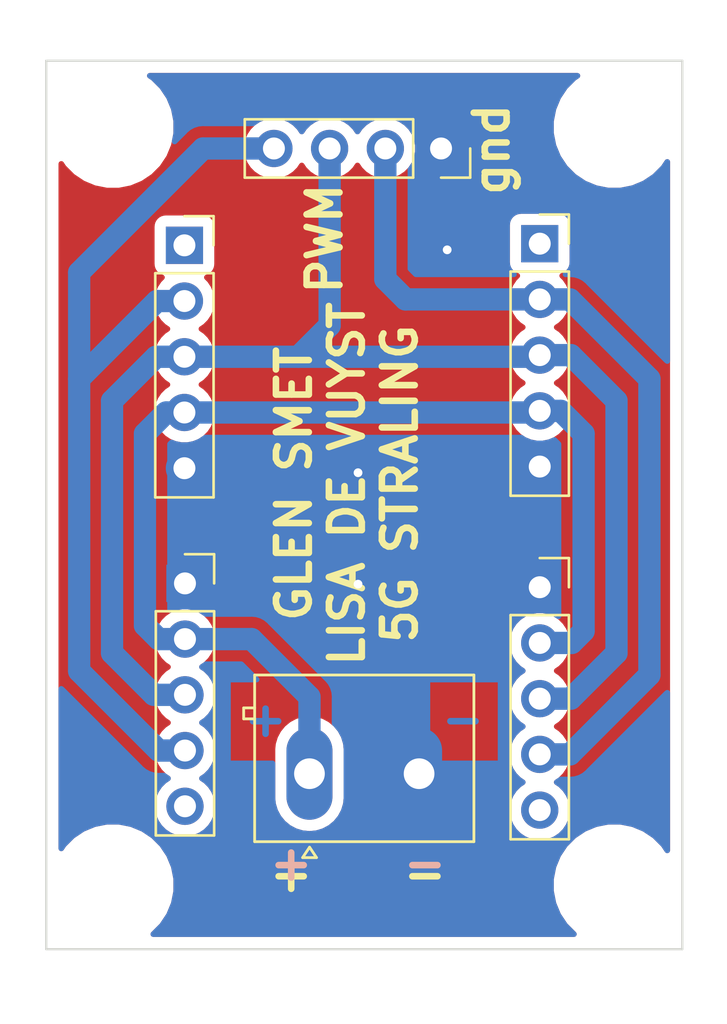
<source format=kicad_pcb>
(kicad_pcb (version 20171130) (host pcbnew "(5.1.9)-1")

  (general
    (thickness 1.6)
    (drawings 13)
    (tracks 69)
    (zones 0)
    (modules 10)
    (nets 6)
  )

  (page A4)
  (layers
    (0 F.Cu signal)
    (31 B.Cu signal)
    (32 B.Adhes user)
    (33 F.Adhes user)
    (34 B.Paste user)
    (35 F.Paste user)
    (36 B.SilkS user)
    (37 F.SilkS user)
    (38 B.Mask user)
    (39 F.Mask user)
    (40 Dwgs.User user)
    (41 Cmts.User user)
    (42 Eco1.User user)
    (43 Eco2.User user)
    (44 Edge.Cuts user)
    (45 Margin user)
    (46 B.CrtYd user)
    (47 F.CrtYd user)
    (48 B.Fab user)
    (49 F.Fab user)
  )

  (setup
    (last_trace_width 0.25)
    (user_trace_width 0.4064)
    (user_trace_width 0.635)
    (user_trace_width 1.016)
    (trace_clearance 0.2)
    (zone_clearance 0.508)
    (zone_45_only no)
    (trace_min 0.2)
    (via_size 0.8)
    (via_drill 0.4)
    (via_min_size 0.4)
    (via_min_drill 0.3)
    (uvia_size 0.3)
    (uvia_drill 0.1)
    (uvias_allowed no)
    (uvia_min_size 0.2)
    (uvia_min_drill 0.1)
    (edge_width 0.1)
    (segment_width 0.2)
    (pcb_text_width 0.3)
    (pcb_text_size 1.5 1.5)
    (mod_edge_width 0.15)
    (mod_text_size 1 1)
    (mod_text_width 0.15)
    (pad_size 1.7 1.7)
    (pad_drill 1)
    (pad_to_mask_clearance 0)
    (aux_axis_origin 0 0)
    (visible_elements 7FFFFFFF)
    (pcbplotparams
      (layerselection 0x010f0_ffffffff)
      (usegerberextensions false)
      (usegerberattributes true)
      (usegerberadvancedattributes true)
      (creategerberjobfile true)
      (excludeedgelayer true)
      (linewidth 0.100000)
      (plotframeref false)
      (viasonmask false)
      (mode 1)
      (useauxorigin false)
      (hpglpennumber 1)
      (hpglpenspeed 20)
      (hpglpendiameter 15.000000)
      (psnegative false)
      (psa4output false)
      (plotreference true)
      (plotvalue true)
      (plotinvisibletext false)
      (padsonsilk false)
      (subtractmaskfromsilk false)
      (outputformat 1)
      (mirror false)
      (drillshape 0)
      (scaleselection 1)
      (outputdirectory ""))
  )

  (net 0 "")
  (net 1 GND)
  (net 2 +12V)
  (net 3 "Net-(J1-Pad3)")
  (net 4 "Net-(J1-Pad4)")
  (net 5 "Net-(J3-Pad2)")

  (net_class Default "This is the default net class."
    (clearance 0.2)
    (trace_width 0.25)
    (via_dia 0.8)
    (via_drill 0.4)
    (uvia_dia 0.3)
    (uvia_drill 0.1)
    (add_net +12V)
    (add_net GND)
    (add_net "Net-(J1-Pad3)")
    (add_net "Net-(J1-Pad4)")
    (add_net "Net-(J3-Pad2)")
  )

  (module Connector_PinSocket_2.54mm:PinSocket_1x05_P2.54mm_Vertical (layer F.Cu) (tedit 5A19A420) (tstamp 605141F8)
    (at 132.825001 86.325001)
    (descr "Through hole straight socket strip, 1x05, 2.54mm pitch, single row (from Kicad 4.0.7), script generated")
    (tags "Through hole socket strip THT 1x05 2.54mm single row")
    (path /603FA5E8)
    (zone_connect 2)
    (fp_text reference J1 (at 0 -2.77) (layer F.SilkS) hide
      (effects (font (size 1 1) (thickness 0.15)))
    )
    (fp_text value Conn_01x05_Male (at 0 12.93) (layer F.Fab)
      (effects (font (size 1 1) (thickness 0.15)))
    )
    (fp_line (start -1.27 -1.27) (end 0.635 -1.27) (layer F.Fab) (width 0.1))
    (fp_line (start 0.635 -1.27) (end 1.27 -0.635) (layer F.Fab) (width 0.1))
    (fp_line (start 1.27 -0.635) (end 1.27 11.43) (layer F.Fab) (width 0.1))
    (fp_line (start 1.27 11.43) (end -1.27 11.43) (layer F.Fab) (width 0.1))
    (fp_line (start -1.27 11.43) (end -1.27 -1.27) (layer F.Fab) (width 0.1))
    (fp_line (start -1.33 1.27) (end 1.33 1.27) (layer F.SilkS) (width 0.12))
    (fp_line (start -1.33 1.27) (end -1.33 11.49) (layer F.SilkS) (width 0.12))
    (fp_line (start -1.33 11.49) (end 1.33 11.49) (layer F.SilkS) (width 0.12))
    (fp_line (start 1.33 1.27) (end 1.33 11.49) (layer F.SilkS) (width 0.12))
    (fp_line (start 1.33 -1.33) (end 1.33 0) (layer F.SilkS) (width 0.12))
    (fp_line (start 0 -1.33) (end 1.33 -1.33) (layer F.SilkS) (width 0.12))
    (fp_line (start -1.8 -1.8) (end 1.75 -1.8) (layer F.CrtYd) (width 0.05))
    (fp_line (start 1.75 -1.8) (end 1.75 11.9) (layer F.CrtYd) (width 0.05))
    (fp_line (start 1.75 11.9) (end -1.8 11.9) (layer F.CrtYd) (width 0.05))
    (fp_line (start -1.8 11.9) (end -1.8 -1.8) (layer F.CrtYd) (width 0.05))
    (fp_text user %R (at 0 5.08 90) (layer F.Fab)
      (effects (font (size 1 1) (thickness 0.15)))
    )
    (pad 1 thru_hole rect (at 0 0) (size 1.7 1.7) (drill 1) (layers *.Cu *.Mask)
      (net 1 GND) (zone_connect 2))
    (pad 2 thru_hole oval (at 0 2.54) (size 1.7 1.7) (drill 1) (layers *.Cu *.Mask)
      (net 2 +12V) (zone_connect 2))
    (pad 3 thru_hole oval (at 0 5.08) (size 1.7 1.7) (drill 1) (layers *.Cu *.Mask)
      (net 3 "Net-(J1-Pad3)") (zone_connect 2))
    (pad 4 thru_hole oval (at 0 7.62) (size 1.7 1.7) (drill 1) (layers *.Cu *.Mask)
      (net 4 "Net-(J1-Pad4)") (zone_connect 2))
    (pad 5 thru_hole oval (at 0 10.16) (size 1.7 1.7) (drill 1) (layers *.Cu *.Mask)
      (zone_connect 2))
    (model ${KISYS3DMOD}/Connector_PinSocket_2.54mm.3dshapes/PinSocket_1x05_P2.54mm_Vertical.wrl
      (at (xyz 0 0 0))
      (scale (xyz 1 1 1))
      (rotate (xyz 0 0 0))
    )
  )

  (module Connector_PinSocket_2.54mm:PinSocket_1x05_P2.54mm_Vertical (layer F.Cu) (tedit 5A19A420) (tstamp 60514211)
    (at 132.8 70.915)
    (descr "Through hole straight socket strip, 1x05, 2.54mm pitch, single row (from Kicad 4.0.7), script generated")
    (tags "Through hole socket strip THT 1x05 2.54mm single row")
    (path /603FBD62)
    (zone_connect 2)
    (fp_text reference J2 (at 0 -2.77) (layer F.SilkS) hide
      (effects (font (size 1 1) (thickness 0.15)))
    )
    (fp_text value Conn_01x05_Male (at 0 12.93) (layer F.Fab)
      (effects (font (size 1 1) (thickness 0.15)))
    )
    (fp_line (start -1.8 11.9) (end -1.8 -1.8) (layer F.CrtYd) (width 0.05))
    (fp_line (start 1.75 11.9) (end -1.8 11.9) (layer F.CrtYd) (width 0.05))
    (fp_line (start 1.75 -1.8) (end 1.75 11.9) (layer F.CrtYd) (width 0.05))
    (fp_line (start -1.8 -1.8) (end 1.75 -1.8) (layer F.CrtYd) (width 0.05))
    (fp_line (start 0 -1.33) (end 1.33 -1.33) (layer F.SilkS) (width 0.12))
    (fp_line (start 1.33 -1.33) (end 1.33 0) (layer F.SilkS) (width 0.12))
    (fp_line (start 1.33 1.27) (end 1.33 11.49) (layer F.SilkS) (width 0.12))
    (fp_line (start -1.33 11.49) (end 1.33 11.49) (layer F.SilkS) (width 0.12))
    (fp_line (start -1.33 1.27) (end -1.33 11.49) (layer F.SilkS) (width 0.12))
    (fp_line (start -1.33 1.27) (end 1.33 1.27) (layer F.SilkS) (width 0.12))
    (fp_line (start -1.27 11.43) (end -1.27 -1.27) (layer F.Fab) (width 0.1))
    (fp_line (start 1.27 11.43) (end -1.27 11.43) (layer F.Fab) (width 0.1))
    (fp_line (start 1.27 -0.635) (end 1.27 11.43) (layer F.Fab) (width 0.1))
    (fp_line (start 0.635 -1.27) (end 1.27 -0.635) (layer F.Fab) (width 0.1))
    (fp_line (start -1.27 -1.27) (end 0.635 -1.27) (layer F.Fab) (width 0.1))
    (fp_text user %R (at 0 5.08 90) (layer F.Fab)
      (effects (font (size 1 1) (thickness 0.15)))
    )
    (pad 5 thru_hole oval (at 0 10.16) (size 1.7 1.7) (drill 1) (layers *.Cu *.Mask)
      (net 1 GND) (zone_connect 2))
    (pad 4 thru_hole oval (at 0 7.62) (size 1.7 1.7) (drill 1) (layers *.Cu *.Mask)
      (net 2 +12V) (zone_connect 2))
    (pad 3 thru_hole oval (at 0 5.08) (size 1.7 1.7) (drill 1) (layers *.Cu *.Mask)
      (net 3 "Net-(J1-Pad3)") (zone_connect 2))
    (pad 2 thru_hole oval (at 0 2.54) (size 1.7 1.7) (drill 1) (layers *.Cu *.Mask)
      (net 4 "Net-(J1-Pad4)") (zone_connect 2))
    (pad 1 thru_hole rect (at 0 0) (size 1.7 1.7) (drill 1) (layers *.Cu *.Mask)
      (zone_connect 2))
    (model ${KISYS3DMOD}/Connector_PinSocket_2.54mm.3dshapes/PinSocket_1x05_P2.54mm_Vertical.wrl
      (at (xyz 0 0 0))
      (scale (xyz 1 1 1))
      (rotate (xyz 0 0 0))
    )
  )

  (module Connector_PinSocket_2.54mm:PinSocket_1x05_P2.54mm_Vertical (layer F.Cu) (tedit 5A19A420) (tstamp 6051422A)
    (at 149 70.84)
    (descr "Through hole straight socket strip, 1x05, 2.54mm pitch, single row (from Kicad 4.0.7), script generated")
    (tags "Through hole socket strip THT 1x05 2.54mm single row")
    (path /603FCBB3)
    (zone_connect 2)
    (fp_text reference J3 (at 0 -2.77) (layer F.SilkS) hide
      (effects (font (size 1 1) (thickness 0.15)))
    )
    (fp_text value Conn_01x05_Male (at 0 12.93) (layer F.Fab)
      (effects (font (size 1 1) (thickness 0.15)))
    )
    (fp_line (start -1.27 -1.27) (end 0.635 -1.27) (layer F.Fab) (width 0.1))
    (fp_line (start 0.635 -1.27) (end 1.27 -0.635) (layer F.Fab) (width 0.1))
    (fp_line (start 1.27 -0.635) (end 1.27 11.43) (layer F.Fab) (width 0.1))
    (fp_line (start 1.27 11.43) (end -1.27 11.43) (layer F.Fab) (width 0.1))
    (fp_line (start -1.27 11.43) (end -1.27 -1.27) (layer F.Fab) (width 0.1))
    (fp_line (start -1.33 1.27) (end 1.33 1.27) (layer F.SilkS) (width 0.12))
    (fp_line (start -1.33 1.27) (end -1.33 11.49) (layer F.SilkS) (width 0.12))
    (fp_line (start -1.33 11.49) (end 1.33 11.49) (layer F.SilkS) (width 0.12))
    (fp_line (start 1.33 1.27) (end 1.33 11.49) (layer F.SilkS) (width 0.12))
    (fp_line (start 1.33 -1.33) (end 1.33 0) (layer F.SilkS) (width 0.12))
    (fp_line (start 0 -1.33) (end 1.33 -1.33) (layer F.SilkS) (width 0.12))
    (fp_line (start -1.8 -1.8) (end 1.75 -1.8) (layer F.CrtYd) (width 0.05))
    (fp_line (start 1.75 -1.8) (end 1.75 11.9) (layer F.CrtYd) (width 0.05))
    (fp_line (start 1.75 11.9) (end -1.8 11.9) (layer F.CrtYd) (width 0.05))
    (fp_line (start -1.8 11.9) (end -1.8 -1.8) (layer F.CrtYd) (width 0.05))
    (fp_text user %R (at 0 5.08 90) (layer F.Fab)
      (effects (font (size 1 1) (thickness 0.15)))
    )
    (pad 1 thru_hole rect (at 0 0) (size 1.7 1.7) (drill 1) (layers *.Cu *.Mask)
      (zone_connect 2))
    (pad 2 thru_hole oval (at 0 2.54) (size 1.7 1.7) (drill 1) (layers *.Cu *.Mask)
      (net 5 "Net-(J3-Pad2)") (zone_connect 2))
    (pad 3 thru_hole oval (at 0 5.08) (size 1.7 1.7) (drill 1) (layers *.Cu *.Mask)
      (net 3 "Net-(J1-Pad3)") (zone_connect 2))
    (pad 4 thru_hole oval (at 0 7.62) (size 1.7 1.7) (drill 1) (layers *.Cu *.Mask)
      (net 2 +12V) (zone_connect 2))
    (pad 5 thru_hole oval (at 0 10.16) (size 1.7 1.7) (drill 1) (layers *.Cu *.Mask)
      (net 1 GND) (zone_connect 2))
    (model ${KISYS3DMOD}/Connector_PinSocket_2.54mm.3dshapes/PinSocket_1x05_P2.54mm_Vertical.wrl
      (at (xyz 0 0 0))
      (scale (xyz 1 1 1))
      (rotate (xyz 0 0 0))
    )
  )

  (module Connector_PinSocket_2.54mm:PinSocket_1x05_P2.54mm_Vertical (layer F.Cu) (tedit 5A19A420) (tstamp 60514243)
    (at 149 86.5)
    (descr "Through hole straight socket strip, 1x05, 2.54mm pitch, single row (from Kicad 4.0.7), script generated")
    (tags "Through hole socket strip THT 1x05 2.54mm single row")
    (path /603FF1CE)
    (zone_connect 2)
    (fp_text reference J4 (at 0 -2.77) (layer F.SilkS) hide
      (effects (font (size 1 1) (thickness 0.15)))
    )
    (fp_text value Conn_01x05_Male (at 0 12.93) (layer F.Fab)
      (effects (font (size 1 1) (thickness 0.15)))
    )
    (fp_line (start -1.8 11.9) (end -1.8 -1.8) (layer F.CrtYd) (width 0.05))
    (fp_line (start 1.75 11.9) (end -1.8 11.9) (layer F.CrtYd) (width 0.05))
    (fp_line (start 1.75 -1.8) (end 1.75 11.9) (layer F.CrtYd) (width 0.05))
    (fp_line (start -1.8 -1.8) (end 1.75 -1.8) (layer F.CrtYd) (width 0.05))
    (fp_line (start 0 -1.33) (end 1.33 -1.33) (layer F.SilkS) (width 0.12))
    (fp_line (start 1.33 -1.33) (end 1.33 0) (layer F.SilkS) (width 0.12))
    (fp_line (start 1.33 1.27) (end 1.33 11.49) (layer F.SilkS) (width 0.12))
    (fp_line (start -1.33 11.49) (end 1.33 11.49) (layer F.SilkS) (width 0.12))
    (fp_line (start -1.33 1.27) (end -1.33 11.49) (layer F.SilkS) (width 0.12))
    (fp_line (start -1.33 1.27) (end 1.33 1.27) (layer F.SilkS) (width 0.12))
    (fp_line (start -1.27 11.43) (end -1.27 -1.27) (layer F.Fab) (width 0.1))
    (fp_line (start 1.27 11.43) (end -1.27 11.43) (layer F.Fab) (width 0.1))
    (fp_line (start 1.27 -0.635) (end 1.27 11.43) (layer F.Fab) (width 0.1))
    (fp_line (start 0.635 -1.27) (end 1.27 -0.635) (layer F.Fab) (width 0.1))
    (fp_line (start -1.27 -1.27) (end 0.635 -1.27) (layer F.Fab) (width 0.1))
    (fp_text user %R (at 0 5.08 90) (layer F.Fab)
      (effects (font (size 1 1) (thickness 0.15)))
    )
    (pad 5 thru_hole oval (at 0 10.16) (size 1.7 1.7) (drill 1) (layers *.Cu *.Mask)
      (zone_connect 2))
    (pad 4 thru_hole oval (at 0 7.62) (size 1.7 1.7) (drill 1) (layers *.Cu *.Mask)
      (net 5 "Net-(J3-Pad2)") (zone_connect 2))
    (pad 3 thru_hole oval (at 0 5.08) (size 1.7 1.7) (drill 1) (layers *.Cu *.Mask)
      (net 3 "Net-(J1-Pad3)") (zone_connect 2))
    (pad 2 thru_hole oval (at 0 2.54) (size 1.7 1.7) (drill 1) (layers *.Cu *.Mask)
      (net 2 +12V) (zone_connect 2))
    (pad 1 thru_hole rect (at 0 0) (size 1.7 1.7) (drill 1) (layers *.Cu *.Mask)
      (net 1 GND) (zone_connect 2))
    (model ${KISYS3DMOD}/Connector_PinSocket_2.54mm.3dshapes/PinSocket_1x05_P2.54mm_Vertical.wrl
      (at (xyz 0 0 0))
      (scale (xyz 1 1 1))
      (rotate (xyz 0 0 0))
    )
  )

  (module Connector_PinSocket_2.54mm:PinSocket_1x04_P2.54mm_Vertical (layer F.Cu) (tedit 60647E94) (tstamp 6051425B)
    (at 144.5 66.5 270)
    (descr "Through hole straight socket strip, 1x04, 2.54mm pitch, single row (from Kicad 4.0.7), script generated")
    (tags "Through hole socket strip THT 1x04 2.54mm single row")
    (path /60565CE1)
    (fp_text reference J5 (at 0 -2.77 90) (layer F.SilkS) hide
      (effects (font (size 1 1) (thickness 0.15)))
    )
    (fp_text value Conn_01x04_Male (at 0 10.39 90) (layer F.Fab)
      (effects (font (size 1 1) (thickness 0.15)))
    )
    (fp_line (start -1.27 -1.27) (end 0.635 -1.27) (layer F.Fab) (width 0.1))
    (fp_line (start 0.635 -1.27) (end 1.27 -0.635) (layer F.Fab) (width 0.1))
    (fp_line (start 1.27 -0.635) (end 1.27 8.89) (layer F.Fab) (width 0.1))
    (fp_line (start 1.27 8.89) (end -1.27 8.89) (layer F.Fab) (width 0.1))
    (fp_line (start -1.27 8.89) (end -1.27 -1.27) (layer F.Fab) (width 0.1))
    (fp_line (start -1.33 1.27) (end 1.33 1.27) (layer F.SilkS) (width 0.12))
    (fp_line (start -1.33 1.27) (end -1.33 8.95) (layer F.SilkS) (width 0.12))
    (fp_line (start -1.33 8.95) (end 1.33 8.95) (layer F.SilkS) (width 0.12))
    (fp_line (start 1.33 1.27) (end 1.33 8.95) (layer F.SilkS) (width 0.12))
    (fp_line (start 1.33 -1.33) (end 1.33 0) (layer F.SilkS) (width 0.12))
    (fp_line (start 0 -1.33) (end 1.33 -1.33) (layer F.SilkS) (width 0.12))
    (fp_line (start -1.8 -1.8) (end 1.75 -1.8) (layer F.CrtYd) (width 0.05))
    (fp_line (start 1.75 -1.8) (end 1.75 9.4) (layer F.CrtYd) (width 0.05))
    (fp_line (start 1.75 9.4) (end -1.8 9.4) (layer F.CrtYd) (width 0.05))
    (fp_line (start -1.8 9.4) (end -1.8 -1.8) (layer F.CrtYd) (width 0.05))
    (fp_text user %R (at 0 3.81) (layer F.Fab)
      (effects (font (size 1 1) (thickness 0.15)))
    )
    (pad 1 thru_hole rect (at 0 0 270) (size 1.7 1.7) (drill 1) (layers *.Cu *.Mask)
      (net 1 GND) (zone_connect 2))
    (pad 2 thru_hole oval (at 0 2.54 270) (size 1.7 1.7) (drill 1) (layers *.Cu *.Mask)
      (net 5 "Net-(J3-Pad2)"))
    (pad 3 thru_hole oval (at 0 5.08 270) (size 1.7 1.7) (drill 1) (layers *.Cu *.Mask)
      (net 3 "Net-(J1-Pad3)"))
    (pad 4 thru_hole oval (at 0 7.62 270) (size 1.7 1.7) (drill 1) (layers *.Cu *.Mask)
      (net 4 "Net-(J1-Pad4)"))
    (model ${KISYS3DMOD}/Connector_PinSocket_2.54mm.3dshapes/PinSocket_1x04_P2.54mm_Vertical.wrl
      (at (xyz 0 0 0))
      (scale (xyz 1 1 1))
      (rotate (xyz 0 0 0))
    )
  )

  (module degson:degson-DG306-5.0-02P (layer F.Cu) (tedit 200000) (tstamp 6051427D)
    (at 141 95)
    (path /6040FFD3)
    (zone_connect 2)
    (attr virtual)
    (fp_text reference X1 (at 0.224 4.06) (layer F.SilkS) hide
      (effects (font (size 1.27 1.27) (thickness 0.2286)))
    )
    (fp_text value DG3XX-02-5.0 (at 3.81 4.36372) (layer F.SilkS) hide
      (effects (font (size 1.27 1.27) (thickness 0.2286)))
    )
    (fp_circle (center 2.49936 -3.19786) (end 2.49936 -3.6957) (layer Dwgs.User) (width 0.127))
    (fp_circle (center -2.49936 -3.19786) (end -2.49936 -3.6957) (layer Dwgs.User) (width 0.127))
    (fp_circle (center 2.49936 0) (end 2.49936 -1.69926) (layer Dwgs.User) (width 0.127))
    (fp_circle (center 2.49936 0) (end 2.49936 -1.4986) (layer Dwgs.User) (width 0.127))
    (fp_circle (center -2.49936 0) (end -2.49936 -1.69926) (layer Dwgs.User) (width 0.127))
    (fp_circle (center -2.49936 0) (end -2.49936 -1.4986) (layer Dwgs.User) (width 0.127))
    (fp_line (start -2.17678 3.82524) (end -2.81178 3.82524) (layer F.SilkS) (width 0.127))
    (fp_line (start -2.49428 3.35026) (end -2.17678 3.82524) (layer F.SilkS) (width 0.127))
    (fp_line (start -2.81178 3.82524) (end -2.49428 3.35026) (layer F.SilkS) (width 0.127))
    (fp_line (start -0.19812 1.79832) (end -0.19812 -1.79832) (layer Dwgs.User) (width 0.127))
    (fp_line (start 0.19812 1.79832) (end -0.19812 1.79832) (layer Dwgs.User) (width 0.127))
    (fp_line (start 0.19812 -1.79832) (end 0.19812 1.79832) (layer Dwgs.User) (width 0.127))
    (fp_line (start -0.19812 -1.79832) (end 0.19812 -1.79832) (layer Dwgs.User) (width 0.127))
    (fp_line (start 4.99872 2.49936) (end -4.99872 2.49936) (layer Dwgs.User) (width 0.127))
    (fp_line (start -4.99872 -2.49936) (end 4.99872 -2.49936) (layer Dwgs.User) (width 0.127))
    (fp_line (start 1.74752 1.24968) (end 3.74904 -0.7493) (layer Dwgs.User) (width 0.127))
    (fp_line (start 1.24968 0.7493) (end 3.24866 -1.24968) (layer Dwgs.User) (width 0.127))
    (fp_line (start -3.24866 1.24968) (end -1.24968 -0.7493) (layer Dwgs.User) (width 0.127))
    (fp_line (start -3.74904 0.7493) (end -1.74752 -1.24968) (layer Dwgs.User) (width 0.127))
    (fp_line (start -5.4991 -2.99974) (end -4.99872 -2.99974) (layer F.SilkS) (width 0.127))
    (fp_line (start -5.4991 -2.49936) (end -5.4991 -2.99974) (layer F.SilkS) (width 0.127))
    (fp_line (start -4.99872 -2.49936) (end -5.4991 -2.49936) (layer F.SilkS) (width 0.127))
    (fp_line (start -4.99872 -2.99974) (end -4.99872 -4.49834) (layer F.SilkS) (width 0.127))
    (fp_line (start -4.99872 -2.49936) (end -4.99872 -2.99974) (layer F.SilkS) (width 0.127))
    (fp_line (start -4.99872 3.0988) (end -4.99872 -2.49936) (layer F.SilkS) (width 0.127))
    (fp_line (start 4.99872 3.0988) (end -4.99872 3.0988) (layer F.SilkS) (width 0.127))
    (fp_line (start 4.99872 -4.49834) (end 4.99872 3.0988) (layer F.SilkS) (width 0.127))
    (fp_line (start -4.99872 -4.49834) (end 4.99872 -4.49834) (layer F.SilkS) (width 0.127))
    (pad 1 thru_hole oval (at -2.49936 0 180) (size 2.09804 4.19862) (drill 1.39954) (layers *.Cu *.Paste *.Mask)
      (net 2 +12V) (zone_connect 2))
    (pad 2 thru_hole oval (at 2.49936 0 180) (size 2.09804 4.19862) (drill 1.39954) (layers *.Cu *.Paste *.Mask)
      (net 1 GND) (zone_connect 2))
  )

  (module MountingHole:MountingHole_4.5mm (layer F.Cu) (tedit 56D1B4CB) (tstamp 6064EBCF)
    (at 152.4 65.532)
    (descr "Mounting Hole 4.5mm, no annular")
    (tags "mounting hole 4.5mm no annular")
    (path /60650FBF)
    (attr virtual)
    (fp_text reference H1 (at 0 -5.5) (layer F.SilkS) hide
      (effects (font (size 1 1) (thickness 0.15)))
    )
    (fp_text value MountingHole (at 0 5.5) (layer F.Fab) hide
      (effects (font (size 1 1) (thickness 0.15)))
    )
    (fp_circle (center 0 0) (end 4.75 0) (layer F.CrtYd) (width 0.05))
    (fp_circle (center 0 0) (end 4.5 0) (layer Cmts.User) (width 0.15))
    (fp_text user %R (at 0.3 0) (layer F.Fab)
      (effects (font (size 1 1) (thickness 0.15)))
    )
    (pad 1 np_thru_hole circle (at 0 0) (size 4.5 4.5) (drill 4.5) (layers *.Cu *.Mask))
  )

  (module MountingHole:MountingHole_4.5mm (layer F.Cu) (tedit 56D1B4CB) (tstamp 6064EBD7)
    (at 152.4 100.076)
    (descr "Mounting Hole 4.5mm, no annular")
    (tags "mounting hole 4.5mm no annular")
    (path /60651993)
    (attr virtual)
    (fp_text reference H2 (at 0 -5.5) (layer F.SilkS) hide
      (effects (font (size 1 1) (thickness 0.15)))
    )
    (fp_text value MountingHole (at 0 5.5) (layer F.Fab)
      (effects (font (size 1 1) (thickness 0.15)))
    )
    (fp_circle (center 0 0) (end 4.5 0) (layer Cmts.User) (width 0.15))
    (fp_circle (center 0 0) (end 4.75 0) (layer F.CrtYd) (width 0.05))
    (fp_text user %R (at 0.3 0) (layer F.Fab)
      (effects (font (size 1 1) (thickness 0.15)))
    )
    (pad 1 np_thru_hole circle (at 0 0) (size 4.5 4.5) (drill 4.5) (layers *.Cu *.Mask))
  )

  (module MountingHole:MountingHole_4.5mm (layer F.Cu) (tedit 56D1B4CB) (tstamp 6064EBDF)
    (at 129.54 65.532)
    (descr "Mounting Hole 4.5mm, no annular")
    (tags "mounting hole 4.5mm no annular")
    (path /606516C9)
    (attr virtual)
    (fp_text reference H3 (at 0 -5.5) (layer F.SilkS) hide
      (effects (font (size 1 1) (thickness 0.15)))
    )
    (fp_text value MountingHole (at 0 5.5) (layer F.Fab) hide
      (effects (font (size 1 1) (thickness 0.15)))
    )
    (fp_circle (center 0 0) (end 4.5 0) (layer Cmts.User) (width 0.15))
    (fp_circle (center 0 0) (end 4.75 0) (layer F.CrtYd) (width 0.05))
    (fp_text user %R (at 0.3 0) (layer F.Fab) hide
      (effects (font (size 1 1) (thickness 0.15)))
    )
    (pad 1 np_thru_hole circle (at 0 0) (size 4.5 4.5) (drill 4.5) (layers *.Cu *.Mask))
  )

  (module MountingHole:MountingHole_4.5mm (layer F.Cu) (tedit 56D1B4CB) (tstamp 6064EBE7)
    (at 129.54 100.076)
    (descr "Mounting Hole 4.5mm, no annular")
    (tags "mounting hole 4.5mm no annular")
    (path /6065184A)
    (attr virtual)
    (fp_text reference H4 (at 0 -5.5) (layer F.SilkS) hide
      (effects (font (size 1 1) (thickness 0.15)))
    )
    (fp_text value MountingHole (at 0 5.5) (layer F.Fab)
      (effects (font (size 1 1) (thickness 0.15)))
    )
    (fp_circle (center 0 0) (end 4.75 0) (layer F.CrtYd) (width 0.05))
    (fp_circle (center 0 0) (end 4.5 0) (layer Cmts.User) (width 0.15))
    (fp_text user %R (at 0.3 0) (layer F.Fab)
      (effects (font (size 1 1) (thickness 0.15)))
    )
    (pad 1 np_thru_hole circle (at 0 0) (size 4.5 4.5) (drill 4.5) (layers *.Cu *.Mask))
  )

  (gr_text "GLEN SMET\nLISA DE VUYST\n5G STRALING" (at 140.208 81.788 90) (layer F.SilkS)
    (effects (font (size 1.5 1.5) (thickness 0.3)))
  )
  (gr_text gnd (at 146.812 66.548 90) (layer F.SilkS)
    (effects (font (size 1.5 1.5) (thickness 0.3)))
  )
  (gr_text PWM (at 139.192 70.612 90) (layer F.SilkS)
    (effects (font (size 1.5 1.5) (thickness 0.3)))
  )
  (gr_text + (at 137.668 99.06) (layer B.SilkS)
    (effects (font (size 1.5 1.5) (thickness 0.3)))
  )
  (gr_text + (at 137.668 99.568) (layer F.SilkS)
    (effects (font (size 1.5 1.5) (thickness 0.3)))
  )
  (gr_text - (at 143.764 99.568) (layer F.SilkS)
    (effects (font (size 1.5 1.5) (thickness 0.3)) (justify mirror))
  )
  (gr_text - (at 143.764 99.06) (layer B.SilkS)
    (effects (font (size 1.5 1.5) (thickness 0.3)))
  )
  (gr_text - (at 145.5 92.5) (layer B.Cu)
    (effects (font (size 1.5 1.5) (thickness 0.3)) (justify mirror))
  )
  (gr_text + (at 136.5 92.5) (layer B.Cu)
    (effects (font (size 1.5 1.5) (thickness 0.3)) (justify mirror))
  )
  (gr_line (start 126.5 103) (end 126.5 62.5) (layer Edge.Cuts) (width 0.1) (tstamp 6051B91E))
  (gr_line (start 155.5 103) (end 126.5 103) (layer Edge.Cuts) (width 0.1))
  (gr_line (start 155.5 62.5) (end 155.5 103) (layer Edge.Cuts) (width 0.1))
  (gr_line (start 126.5 62.5) (end 155.5 62.5) (layer Edge.Cuts) (width 0.1))

  (segment (start 133 86.150002) (end 132.825001 86.325001) (width 0.25) (layer B.Cu) (net 1) (status 30))
  (segment (start 132.8 86.3) (end 132.825001 86.325001) (width 0.4064) (layer B.Cu) (net 1) (status 30))
  (segment (start 148.925 81.075) (end 149 81) (width 0.4064) (layer B.Cu) (net 1) (status 30))
  (segment (start 132.8 86.3) (end 132.825001 86.325001) (width 1.016) (layer F.Cu) (net 1) (status 30))
  (segment (start 148.825001 86.325001) (end 149 86.5) (width 1.016) (layer F.Cu) (net 1) (status 30))
  (via (at 144.78 71.12) (size 0.8) (drill 0.4) (layers F.Cu B.Cu) (net 1))
  (via (at 140.716 81.28) (size 0.8) (drill 0.4) (layers F.Cu B.Cu) (net 1))
  (via (at 140.716 86.36) (size 0.8) (drill 0.4) (layers F.Cu B.Cu) (net 1))
  (segment (start 140.681001 86.325001) (end 140.716 86.36) (width 1.016) (layer B.Cu) (net 1))
  (segment (start 132.825001 86.325001) (end 140.681001 86.325001) (width 1.016) (layer B.Cu) (net 1) (status 10))
  (segment (start 148.86 86.36) (end 149 86.5) (width 1.016) (layer B.Cu) (net 1) (status 30))
  (segment (start 140.716 86.36) (end 148.86 86.36) (width 1.016) (layer B.Cu) (net 1) (status 20))
  (segment (start 143.49936 89.14336) (end 140.716 86.36) (width 1.016) (layer B.Cu) (net 1))
  (segment (start 143.49936 95) (end 143.49936 89.14336) (width 1.016) (layer B.Cu) (net 1) (status 10))
  (segment (start 140.716 86.36) (end 140.716 81.28) (width 1.016) (layer B.Cu) (net 1))
  (segment (start 133.005 81.28) (end 132.8 81.075) (width 1.016) (layer B.Cu) (net 1) (status 30))
  (segment (start 140.716 81.28) (end 133.005 81.28) (width 1.016) (layer B.Cu) (net 1) (status 20))
  (segment (start 148.72 81.28) (end 149 81) (width 1.016) (layer B.Cu) (net 1) (status 30))
  (segment (start 140.716 81.28) (end 148.72 81.28) (width 1.016) (layer B.Cu) (net 1) (status 20))
  (segment (start 144.78 66.78) (end 144.5 66.5) (width 1.016) (layer B.Cu) (net 1) (status 30))
  (segment (start 144.78 71.12) (end 144.78 66.78) (width 1.016) (layer B.Cu) (net 1) (status 20))
  (segment (start 140.716 75.184) (end 144.78 71.12) (width 1.016) (layer F.Cu) (net 1))
  (segment (start 140.716 81.28) (end 140.716 75.184) (width 1.016) (layer F.Cu) (net 1))
  (segment (start 148.925 78.535) (end 149 78.46) (width 0.4064) (layer B.Cu) (net 2) (status 30))
  (segment (start 132.8 78.535) (end 148.925 78.535) (width 1.016) (layer B.Cu) (net 2) (status 30))
  (segment (start 132.825001 88.865001) (end 135.865001 88.865001) (width 1.016) (layer B.Cu) (net 2) (status 10))
  (segment (start 138.50064 91.50064) (end 138.50064 95) (width 1.016) (layer B.Cu) (net 2) (status 20))
  (segment (start 135.865001 88.865001) (end 138.50064 91.50064) (width 1.016) (layer B.Cu) (net 2))
  (segment (start 149.96 78.46) (end 149 78.46) (width 1.016) (layer B.Cu) (net 2) (status 20))
  (segment (start 151 79.5) (end 149.96 78.46) (width 1.016) (layer B.Cu) (net 2))
  (segment (start 151 88.5) (end 151 79.5) (width 1.016) (layer B.Cu) (net 2))
  (segment (start 150.46 89.04) (end 151 88.5) (width 1.016) (layer B.Cu) (net 2))
  (segment (start 149 89.04) (end 150.46 89.04) (width 1.016) (layer B.Cu) (net 2) (status 10))
  (segment (start 132.8 78.535) (end 131.965 78.535) (width 1.016) (layer B.Cu) (net 2) (status 30))
  (segment (start 131.965 78.535) (end 131 79.5) (width 1.016) (layer B.Cu) (net 2) (status 10))
  (segment (start 131.62292 88.865001) (end 132.825001 88.865001) (width 1.016) (layer B.Cu) (net 2) (status 20))
  (segment (start 131 88.242081) (end 131.62292 88.865001) (width 1.016) (layer B.Cu) (net 2))
  (segment (start 131 79.5) (end 131 88.242081) (width 1.016) (layer B.Cu) (net 2))
  (segment (start 148.925 75.995) (end 149 75.92) (width 0.4064) (layer B.Cu) (net 3) (status 30))
  (segment (start 139.42 74.57) (end 137.995 75.995) (width 1.016) (layer B.Cu) (net 3))
  (segment (start 139.42 66.5) (end 139.42 74.57) (width 1.016) (layer B.Cu) (net 3) (status 10))
  (segment (start 137.995 75.995) (end 148.925 75.995) (width 1.016) (layer B.Cu) (net 3) (status 20))
  (segment (start 132.8 75.995) (end 137.995 75.995) (width 1.016) (layer B.Cu) (net 3) (status 10))
  (segment (start 152.5 89.5) (end 152.5 78) (width 1.016) (layer B.Cu) (net 3))
  (segment (start 150.42 75.92) (end 149 75.92) (width 1.016) (layer B.Cu) (net 3) (status 20))
  (segment (start 150.42 91.58) (end 152.5 89.5) (width 1.016) (layer B.Cu) (net 3))
  (segment (start 152.5 78) (end 150.42 75.92) (width 1.016) (layer B.Cu) (net 3))
  (segment (start 149 91.58) (end 150.42 91.58) (width 1.016) (layer B.Cu) (net 3) (status 10))
  (segment (start 131.505 75.995) (end 132.8 75.995) (width 1.016) (layer B.Cu) (net 3) (status 20))
  (segment (start 129.5 78) (end 131.505 75.995) (width 1.016) (layer B.Cu) (net 3))
  (segment (start 129.5 89.5) (end 129.5 78) (width 1.016) (layer B.Cu) (net 3))
  (segment (start 131.405001 91.405001) (end 129.5 89.5) (width 1.016) (layer B.Cu) (net 3))
  (segment (start 132.825001 91.405001) (end 131.405001 91.405001) (width 1.016) (layer B.Cu) (net 3) (status 10))
  (segment (start 128 90.322081) (end 131.62292 93.945001) (width 1.016) (layer B.Cu) (net 4))
  (segment (start 128 77) (end 128 90.322081) (width 1.016) (layer B.Cu) (net 4))
  (segment (start 131.545 73.455) (end 128 77) (width 1.016) (layer B.Cu) (net 4))
  (segment (start 131.62292 93.945001) (end 132.825001 93.945001) (width 1.016) (layer B.Cu) (net 4) (status 20))
  (segment (start 132.8 73.455) (end 131.545 73.455) (width 1.016) (layer B.Cu) (net 4) (status 10))
  (segment (start 133.652 66.5) (end 128 72.152) (width 1.016) (layer B.Cu) (net 4))
  (segment (start 128 72.152) (end 128 77) (width 1.016) (layer B.Cu) (net 4))
  (segment (start 136.88 66.5) (end 133.652 66.5) (width 1.016) (layer B.Cu) (net 4))
  (segment (start 141.96 66.5) (end 141.96 72.46) (width 1.016) (layer B.Cu) (net 5) (status 10))
  (segment (start 142.88 73.38) (end 149 73.38) (width 1.016) (layer B.Cu) (net 5) (status 20))
  (segment (start 141.96 72.46) (end 142.88 73.38) (width 1.016) (layer B.Cu) (net 5))
  (segment (start 150.38 73.38) (end 149 73.38) (width 1.016) (layer B.Cu) (net 5) (status 20))
  (segment (start 154 77) (end 150.38 73.38) (width 1.016) (layer B.Cu) (net 5))
  (segment (start 154 90.5) (end 154 77) (width 1.016) (layer B.Cu) (net 5))
  (segment (start 150.38 94.12) (end 154 90.5) (width 1.016) (layer B.Cu) (net 5))
  (segment (start 149 94.12) (end 150.38 94.12) (width 1.016) (layer B.Cu) (net 5) (status 10))

  (zone (net 1) (net_name GND) (layer B.Cu) (tstamp 606C4BBE) (hatch edge 0.508)
    (connect_pads (clearance 0.508))
    (min_thickness 0.254)
    (fill yes (arc_segments 32) (thermal_gap 0.508) (thermal_bridge_width 0.508))
    (polygon
      (pts
        (xy 156 105.5) (xy 125.5 105) (xy 126 62) (xy 156 62)
      )
    )
    (filled_polygon
      (pts
        (xy 148.296589 79.77599) (xy 148.566842 79.887932) (xy 148.85374 79.945) (xy 149.14626 79.945) (xy 149.433158 79.887932)
        (xy 149.672393 79.788838) (xy 149.857001 79.973447) (xy 149.857 87.826635) (xy 149.703411 87.72401) (xy 149.433158 87.612068)
        (xy 149.14626 87.555) (xy 148.85374 87.555) (xy 148.566842 87.612068) (xy 148.296589 87.72401) (xy 148.053368 87.886525)
        (xy 147.846525 88.093368) (xy 147.68401 88.336589) (xy 147.572068 88.606842) (xy 147.515 88.89374) (xy 147.515 89.18626)
        (xy 147.572068 89.473158) (xy 147.68401 89.743411) (xy 147.846525 89.986632) (xy 148.053368 90.193475) (xy 148.22776 90.31)
        (xy 148.053368 90.426525) (xy 147.846525 90.633368) (xy 147.68401 90.876589) (xy 147.572068 91.146842) (xy 147.515 91.43374)
        (xy 147.515 91.72626) (xy 147.572068 92.013158) (xy 147.68401 92.283411) (xy 147.846525 92.526632) (xy 148.053368 92.733475)
        (xy 148.22776 92.85) (xy 148.053368 92.966525) (xy 147.846525 93.173368) (xy 147.68401 93.416589) (xy 147.572068 93.686842)
        (xy 147.515 93.97374) (xy 147.515 94.26626) (xy 147.572068 94.553158) (xy 147.68401 94.823411) (xy 147.846525 95.066632)
        (xy 148.053368 95.273475) (xy 148.22776 95.39) (xy 148.053368 95.506525) (xy 147.846525 95.713368) (xy 147.68401 95.956589)
        (xy 147.572068 96.226842) (xy 147.515 96.51374) (xy 147.515 96.80626) (xy 147.572068 97.093158) (xy 147.68401 97.363411)
        (xy 147.846525 97.606632) (xy 148.053368 97.813475) (xy 148.296589 97.97599) (xy 148.566842 98.087932) (xy 148.85374 98.145)
        (xy 149.14626 98.145) (xy 149.433158 98.087932) (xy 149.703411 97.97599) (xy 149.946632 97.813475) (xy 150.153475 97.606632)
        (xy 150.31599 97.363411) (xy 150.427932 97.093158) (xy 150.485 96.80626) (xy 150.485 96.51374) (xy 150.427932 96.226842)
        (xy 150.31599 95.956589) (xy 150.153475 95.713368) (xy 149.946632 95.506525) (xy 149.77224 95.39) (xy 149.946632 95.273475)
        (xy 149.957107 95.263) (xy 150.323861 95.263) (xy 150.38 95.268529) (xy 150.436139 95.263) (xy 150.436146 95.263)
        (xy 150.604067 95.246461) (xy 150.819523 95.181103) (xy 151.018089 95.074968) (xy 151.192133 94.932133) (xy 151.227927 94.888518)
        (xy 154.768524 91.347922) (xy 154.812133 91.312133) (xy 154.815001 91.308639) (xy 154.815001 98.497441) (xy 154.640926 98.23692)
        (xy 154.23908 97.835074) (xy 153.76656 97.519346) (xy 153.241523 97.301869) (xy 152.684148 97.191) (xy 152.115852 97.191)
        (xy 151.558477 97.301869) (xy 151.03344 97.519346) (xy 150.56092 97.835074) (xy 150.159074 98.23692) (xy 149.843346 98.70944)
        (xy 149.625869 99.234477) (xy 149.515 99.791852) (xy 149.515 100.360148) (xy 149.625869 100.917523) (xy 149.843346 101.44256)
        (xy 150.159074 101.91508) (xy 150.558994 102.315) (xy 131.381006 102.315) (xy 131.780926 101.91508) (xy 132.096654 101.44256)
        (xy 132.314131 100.917523) (xy 132.425 100.360148) (xy 132.425 99.791852) (xy 132.314131 99.234477) (xy 132.096654 98.70944)
        (xy 131.780926 98.23692) (xy 131.37908 97.835074) (xy 130.90656 97.519346) (xy 130.381523 97.301869) (xy 129.824148 97.191)
        (xy 129.255852 97.191) (xy 128.698477 97.301869) (xy 128.17344 97.519346) (xy 127.70092 97.835074) (xy 127.299074 98.23692)
        (xy 127.185 98.407644) (xy 127.185 91.130719) (xy 127.187868 91.134214) (xy 127.231478 91.170004) (xy 130.774997 94.713524)
        (xy 130.810787 94.757134) (xy 130.984831 94.899969) (xy 131.111967 94.967924) (xy 131.183396 95.006104) (xy 131.398852 95.071462)
        (xy 131.419437 95.073489) (xy 131.566774 95.088001) (xy 131.566781 95.088001) (xy 131.62292 95.09353) (xy 131.679059 95.088001)
        (xy 131.867894 95.088001) (xy 131.878369 95.098476) (xy 132.052761 95.215001) (xy 131.878369 95.331526) (xy 131.671526 95.538369)
        (xy 131.509011 95.78159) (xy 131.397069 96.051843) (xy 131.340001 96.338741) (xy 131.340001 96.631261) (xy 131.397069 96.918159)
        (xy 131.509011 97.188412) (xy 131.671526 97.431633) (xy 131.878369 97.638476) (xy 132.12159 97.800991) (xy 132.391843 97.912933)
        (xy 132.678741 97.970001) (xy 132.971261 97.970001) (xy 133.258159 97.912933) (xy 133.528412 97.800991) (xy 133.771633 97.638476)
        (xy 133.978476 97.431633) (xy 134.140991 97.188412) (xy 134.252933 96.918159) (xy 134.310001 96.631261) (xy 134.310001 96.338741)
        (xy 134.252933 96.051843) (xy 134.140991 95.78159) (xy 133.978476 95.538369) (xy 133.771633 95.331526) (xy 133.597241 95.215001)
        (xy 133.771633 95.098476) (xy 133.978476 94.891633) (xy 134.140991 94.648412) (xy 134.252933 94.378159) (xy 134.310001 94.091261)
        (xy 134.310001 93.798741) (xy 134.252933 93.511843) (xy 134.140991 93.24159) (xy 133.978476 92.998369) (xy 133.771633 92.791526)
        (xy 133.597241 92.675001) (xy 133.771633 92.558476) (xy 133.978476 92.351633) (xy 134.140991 92.108412) (xy 134.252933 91.838159)
        (xy 134.310001 91.551261) (xy 134.310001 91.258741) (xy 134.252933 90.971843) (xy 134.140991 90.70159) (xy 133.978476 90.458369)
        (xy 133.771633 90.251526) (xy 133.597241 90.135001) (xy 133.771633 90.018476) (xy 133.782108 90.008001) (xy 135.391556 90.008001)
        (xy 136.093555 90.71) (xy 134.786429 90.71) (xy 134.786429 94.53) (xy 136.816621 94.53) (xy 136.81662 96.133016)
        (xy 136.840987 96.380415) (xy 136.937281 96.697854) (xy 137.093654 96.990407) (xy 137.304097 97.246833) (xy 137.560522 97.457276)
        (xy 137.853075 97.613649) (xy 138.170514 97.709943) (xy 138.50064 97.742458) (xy 138.830765 97.709943) (xy 139.148204 97.613649)
        (xy 139.440757 97.457276) (xy 139.697183 97.246833) (xy 139.907626 96.990408) (xy 140.063999 96.697855) (xy 140.160293 96.380416)
        (xy 140.18466 96.133017) (xy 140.18466 93.866983) (xy 140.160293 93.619584) (xy 140.063999 93.302145) (xy 139.907626 93.009592)
        (xy 139.697183 92.753167) (xy 139.64364 92.709225) (xy 139.64364 91.556778) (xy 139.649169 91.500639) (xy 139.64364 91.4445)
        (xy 139.64364 91.444494) (xy 139.627101 91.276573) (xy 139.561743 91.061117) (xy 139.455608 90.862551) (xy 139.330412 90.71)
        (xy 143.786429 90.71) (xy 143.786429 94.53) (xy 147.213572 94.53) (xy 147.213572 90.71) (xy 143.786429 90.71)
        (xy 139.330412 90.71) (xy 139.312773 90.688507) (xy 139.269164 90.652718) (xy 136.712928 88.096483) (xy 136.677134 88.052868)
        (xy 136.50309 87.910033) (xy 136.304524 87.803898) (xy 136.089068 87.73854) (xy 135.921147 87.722001) (xy 135.92114 87.722001)
        (xy 135.865001 87.716472) (xy 135.808862 87.722001) (xy 133.782108 87.722001) (xy 133.771633 87.711526) (xy 133.528412 87.549011)
        (xy 133.258159 87.437069) (xy 132.971261 87.380001) (xy 132.678741 87.380001) (xy 132.391843 87.437069) (xy 132.143 87.540143)
        (xy 132.143 79.973445) (xy 132.215996 79.90045) (xy 132.366842 79.962932) (xy 132.65374 80.02) (xy 132.94626 80.02)
        (xy 133.233158 79.962932) (xy 133.503411 79.85099) (xy 133.746632 79.688475) (xy 133.757107 79.678) (xy 148.149937 79.678)
      )
    )
    (filled_polygon
      (pts
        (xy 150.56092 63.291074) (xy 150.159074 63.69292) (xy 149.843346 64.16544) (xy 149.625869 64.690477) (xy 149.515 65.247852)
        (xy 149.515 65.816148) (xy 149.625869 66.373523) (xy 149.843346 66.89856) (xy 150.159074 67.37108) (xy 150.56092 67.772926)
        (xy 151.03344 68.088654) (xy 151.558477 68.306131) (xy 152.115852 68.417) (xy 152.684148 68.417) (xy 153.241523 68.306131)
        (xy 153.76656 68.088654) (xy 154.23908 67.772926) (xy 154.640926 67.37108) (xy 154.815 67.11056) (xy 154.815 76.191361)
        (xy 154.812133 76.187867) (xy 154.768523 76.152077) (xy 151.227927 72.611482) (xy 151.192133 72.567867) (xy 151.018089 72.425032)
        (xy 150.819523 72.318897) (xy 150.604067 72.253539) (xy 150.436146 72.237) (xy 150.436139 72.237) (xy 150.38 72.231471)
        (xy 150.323861 72.237) (xy 150.173694 72.237) (xy 150.204494 72.220537) (xy 150.301185 72.141185) (xy 150.380537 72.044494)
        (xy 150.439502 71.93418) (xy 150.475812 71.814482) (xy 150.488072 71.69) (xy 150.488072 69.99) (xy 150.475812 69.865518)
        (xy 150.439502 69.74582) (xy 150.380537 69.635506) (xy 150.301185 69.538815) (xy 150.204494 69.459463) (xy 150.09418 69.400498)
        (xy 149.974482 69.364188) (xy 149.85 69.351928) (xy 148.15 69.351928) (xy 148.025518 69.364188) (xy 147.90582 69.400498)
        (xy 147.795506 69.459463) (xy 147.698815 69.538815) (xy 147.619463 69.635506) (xy 147.560498 69.74582) (xy 147.524188 69.865518)
        (xy 147.511928 69.99) (xy 147.511928 71.69) (xy 147.524188 71.814482) (xy 147.560498 71.93418) (xy 147.619463 72.044494)
        (xy 147.698815 72.141185) (xy 147.795506 72.220537) (xy 147.826306 72.237) (xy 143.353446 72.237) (xy 143.103 71.986555)
        (xy 143.103 67.457107) (xy 143.113475 67.446632) (xy 143.27599 67.203411) (xy 143.387932 66.933158) (xy 143.445 66.64626)
        (xy 143.445 66.35374) (xy 143.387932 66.066842) (xy 143.27599 65.796589) (xy 143.113475 65.553368) (xy 142.906632 65.346525)
        (xy 142.663411 65.18401) (xy 142.393158 65.072068) (xy 142.10626 65.015) (xy 141.81374 65.015) (xy 141.526842 65.072068)
        (xy 141.256589 65.18401) (xy 141.013368 65.346525) (xy 140.806525 65.553368) (xy 140.69 65.72776) (xy 140.573475 65.553368)
        (xy 140.366632 65.346525) (xy 140.123411 65.18401) (xy 139.853158 65.072068) (xy 139.56626 65.015) (xy 139.27374 65.015)
        (xy 138.986842 65.072068) (xy 138.716589 65.18401) (xy 138.473368 65.346525) (xy 138.266525 65.553368) (xy 138.15 65.72776)
        (xy 138.033475 65.553368) (xy 137.826632 65.346525) (xy 137.583411 65.18401) (xy 137.313158 65.072068) (xy 137.02626 65.015)
        (xy 136.73374 65.015) (xy 136.446842 65.072068) (xy 136.176589 65.18401) (xy 135.933368 65.346525) (xy 135.922893 65.357)
        (xy 133.708138 65.357) (xy 133.651999 65.351471) (xy 133.59586 65.357) (xy 133.595854 65.357) (xy 133.4506 65.371306)
        (xy 133.427932 65.373539) (xy 133.362574 65.393365) (xy 133.212477 65.438897) (xy 133.013911 65.545032) (xy 132.839867 65.687867)
        (xy 132.804077 65.731477) (xy 132.351898 66.183656) (xy 132.425 65.816148) (xy 132.425 65.247852) (xy 132.314131 64.690477)
        (xy 132.096654 64.16544) (xy 131.780926 63.69292) (xy 131.37908 63.291074) (xy 131.220329 63.185) (xy 150.719671 63.185)
      )
    )
  )
  (zone (net 1) (net_name GND) (layer F.Cu) (tstamp 606C4BBB) (hatch edge 0.508)
    (connect_pads (clearance 0.508))
    (min_thickness 0.254)
    (fill yes (arc_segments 32) (thermal_gap 0.508) (thermal_bridge_width 0.508))
    (polygon
      (pts
        (xy 156 103.5) (xy 125.5 103.5) (xy 126 61.5) (xy 156 61.5)
      )
    )
    (filled_polygon
      (pts
        (xy 150.56092 63.291074) (xy 150.159074 63.69292) (xy 149.843346 64.16544) (xy 149.625869 64.690477) (xy 149.515 65.247852)
        (xy 149.515 65.816148) (xy 149.625869 66.373523) (xy 149.843346 66.89856) (xy 150.159074 67.37108) (xy 150.56092 67.772926)
        (xy 151.03344 68.088654) (xy 151.558477 68.306131) (xy 152.115852 68.417) (xy 152.684148 68.417) (xy 153.241523 68.306131)
        (xy 153.76656 68.088654) (xy 154.23908 67.772926) (xy 154.640926 67.37108) (xy 154.815 67.11056) (xy 154.815001 98.497441)
        (xy 154.640926 98.23692) (xy 154.23908 97.835074) (xy 153.76656 97.519346) (xy 153.241523 97.301869) (xy 152.684148 97.191)
        (xy 152.115852 97.191) (xy 151.558477 97.301869) (xy 151.03344 97.519346) (xy 150.56092 97.835074) (xy 150.159074 98.23692)
        (xy 149.843346 98.70944) (xy 149.625869 99.234477) (xy 149.515 99.791852) (xy 149.515 100.360148) (xy 149.625869 100.917523)
        (xy 149.843346 101.44256) (xy 150.159074 101.91508) (xy 150.558994 102.315) (xy 131.381006 102.315) (xy 131.780926 101.91508)
        (xy 132.096654 101.44256) (xy 132.314131 100.917523) (xy 132.425 100.360148) (xy 132.425 99.791852) (xy 132.314131 99.234477)
        (xy 132.096654 98.70944) (xy 131.780926 98.23692) (xy 131.37908 97.835074) (xy 130.90656 97.519346) (xy 130.381523 97.301869)
        (xy 129.824148 97.191) (xy 129.255852 97.191) (xy 128.698477 97.301869) (xy 128.17344 97.519346) (xy 127.70092 97.835074)
        (xy 127.299074 98.23692) (xy 127.185 98.407644) (xy 127.185 88.718741) (xy 131.340001 88.718741) (xy 131.340001 89.011261)
        (xy 131.397069 89.298159) (xy 131.509011 89.568412) (xy 131.671526 89.811633) (xy 131.878369 90.018476) (xy 132.052761 90.135001)
        (xy 131.878369 90.251526) (xy 131.671526 90.458369) (xy 131.509011 90.70159) (xy 131.397069 90.971843) (xy 131.340001 91.258741)
        (xy 131.340001 91.551261) (xy 131.397069 91.838159) (xy 131.509011 92.108412) (xy 131.671526 92.351633) (xy 131.878369 92.558476)
        (xy 132.052761 92.675001) (xy 131.878369 92.791526) (xy 131.671526 92.998369) (xy 131.509011 93.24159) (xy 131.397069 93.511843)
        (xy 131.340001 93.798741) (xy 131.340001 94.091261) (xy 131.397069 94.378159) (xy 131.509011 94.648412) (xy 131.671526 94.891633)
        (xy 131.878369 95.098476) (xy 132.052761 95.215001) (xy 131.878369 95.331526) (xy 131.671526 95.538369) (xy 131.509011 95.78159)
        (xy 131.397069 96.051843) (xy 131.340001 96.338741) (xy 131.340001 96.631261) (xy 131.397069 96.918159) (xy 131.509011 97.188412)
        (xy 131.671526 97.431633) (xy 131.878369 97.638476) (xy 132.12159 97.800991) (xy 132.391843 97.912933) (xy 132.678741 97.970001)
        (xy 132.971261 97.970001) (xy 133.258159 97.912933) (xy 133.528412 97.800991) (xy 133.771633 97.638476) (xy 133.978476 97.431633)
        (xy 134.140991 97.188412) (xy 134.252933 96.918159) (xy 134.310001 96.631261) (xy 134.310001 96.338741) (xy 134.26908 96.133016)
        (xy 136.81662 96.133016) (xy 136.840987 96.380415) (xy 136.937281 96.697854) (xy 137.093654 96.990407) (xy 137.304097 97.246833)
        (xy 137.560522 97.457276) (xy 137.853075 97.613649) (xy 138.170514 97.709943) (xy 138.50064 97.742458) (xy 138.830765 97.709943)
        (xy 139.148204 97.613649) (xy 139.440757 97.457276) (xy 139.697183 97.246833) (xy 139.907626 96.990408) (xy 140.063999 96.697855)
        (xy 140.160293 96.380416) (xy 140.18466 96.133017) (xy 140.18466 93.866983) (xy 140.160293 93.619584) (xy 140.063999 93.302145)
        (xy 139.907626 93.009592) (xy 139.697183 92.753167) (xy 139.440758 92.542724) (xy 139.148205 92.386351) (xy 138.830766 92.290057)
        (xy 138.50064 92.257542) (xy 138.170515 92.290057) (xy 137.853076 92.386351) (xy 137.560523 92.542724) (xy 137.304098 92.753167)
        (xy 137.093655 93.009592) (xy 136.937282 93.302145) (xy 136.840988 93.619584) (xy 136.816621 93.866983) (xy 136.81662 96.133016)
        (xy 134.26908 96.133016) (xy 134.252933 96.051843) (xy 134.140991 95.78159) (xy 133.978476 95.538369) (xy 133.771633 95.331526)
        (xy 133.597241 95.215001) (xy 133.771633 95.098476) (xy 133.978476 94.891633) (xy 134.140991 94.648412) (xy 134.252933 94.378159)
        (xy 134.310001 94.091261) (xy 134.310001 93.798741) (xy 134.252933 93.511843) (xy 134.140991 93.24159) (xy 133.978476 92.998369)
        (xy 133.771633 92.791526) (xy 133.597241 92.675001) (xy 133.771633 92.558476) (xy 133.978476 92.351633) (xy 134.140991 92.108412)
        (xy 134.252933 91.838159) (xy 134.310001 91.551261) (xy 134.310001 91.258741) (xy 134.252933 90.971843) (xy 134.140991 90.70159)
        (xy 133.978476 90.458369) (xy 133.771633 90.251526) (xy 133.597241 90.135001) (xy 133.771633 90.018476) (xy 133.978476 89.811633)
        (xy 134.140991 89.568412) (xy 134.252933 89.298159) (xy 134.310001 89.011261) (xy 134.310001 88.89374) (xy 147.515 88.89374)
        (xy 147.515 89.18626) (xy 147.572068 89.473158) (xy 147.68401 89.743411) (xy 147.846525 89.986632) (xy 148.053368 90.193475)
        (xy 148.22776 90.31) (xy 148.053368 90.426525) (xy 147.846525 90.633368) (xy 147.68401 90.876589) (xy 147.572068 91.146842)
        (xy 147.515 91.43374) (xy 147.515 91.72626) (xy 147.572068 92.013158) (xy 147.68401 92.283411) (xy 147.846525 92.526632)
        (xy 148.053368 92.733475) (xy 148.22776 92.85) (xy 148.053368 92.966525) (xy 147.846525 93.173368) (xy 147.68401 93.416589)
        (xy 147.572068 93.686842) (xy 147.515 93.97374) (xy 147.515 94.26626) (xy 147.572068 94.553158) (xy 147.68401 94.823411)
        (xy 147.846525 95.066632) (xy 148.053368 95.273475) (xy 148.22776 95.39) (xy 148.053368 95.506525) (xy 147.846525 95.713368)
        (xy 147.68401 95.956589) (xy 147.572068 96.226842) (xy 147.515 96.51374) (xy 147.515 96.80626) (xy 147.572068 97.093158)
        (xy 147.68401 97.363411) (xy 147.846525 97.606632) (xy 148.053368 97.813475) (xy 148.296589 97.97599) (xy 148.566842 98.087932)
        (xy 148.85374 98.145) (xy 149.14626 98.145) (xy 149.433158 98.087932) (xy 149.703411 97.97599) (xy 149.946632 97.813475)
        (xy 150.153475 97.606632) (xy 150.31599 97.363411) (xy 150.427932 97.093158) (xy 150.485 96.80626) (xy 150.485 96.51374)
        (xy 150.427932 96.226842) (xy 150.31599 95.956589) (xy 150.153475 95.713368) (xy 149.946632 95.506525) (xy 149.77224 95.39)
        (xy 149.946632 95.273475) (xy 150.153475 95.066632) (xy 150.31599 94.823411) (xy 150.427932 94.553158) (xy 150.485 94.26626)
        (xy 150.485 93.97374) (xy 150.427932 93.686842) (xy 150.31599 93.416589) (xy 150.153475 93.173368) (xy 149.946632 92.966525)
        (xy 149.77224 92.85) (xy 149.946632 92.733475) (xy 150.153475 92.526632) (xy 150.31599 92.283411) (xy 150.427932 92.013158)
        (xy 150.485 91.72626) (xy 150.485 91.43374) (xy 150.427932 91.146842) (xy 150.31599 90.876589) (xy 150.153475 90.633368)
        (xy 149.946632 90.426525) (xy 149.77224 90.31) (xy 149.946632 90.193475) (xy 150.153475 89.986632) (xy 150.31599 89.743411)
        (xy 150.427932 89.473158) (xy 150.485 89.18626) (xy 150.485 88.89374) (xy 150.427932 88.606842) (xy 150.31599 88.336589)
        (xy 150.153475 88.093368) (xy 149.946632 87.886525) (xy 149.703411 87.72401) (xy 149.433158 87.612068) (xy 149.14626 87.555)
        (xy 148.85374 87.555) (xy 148.566842 87.612068) (xy 148.296589 87.72401) (xy 148.053368 87.886525) (xy 147.846525 88.093368)
        (xy 147.68401 88.336589) (xy 147.572068 88.606842) (xy 147.515 88.89374) (xy 134.310001 88.89374) (xy 134.310001 88.718741)
        (xy 134.252933 88.431843) (xy 134.140991 88.16159) (xy 133.978476 87.918369) (xy 133.771633 87.711526) (xy 133.528412 87.549011)
        (xy 133.258159 87.437069) (xy 132.971261 87.380001) (xy 132.678741 87.380001) (xy 132.391843 87.437069) (xy 132.12159 87.549011)
        (xy 131.878369 87.711526) (xy 131.671526 87.918369) (xy 131.509011 88.16159) (xy 131.397069 88.431843) (xy 131.340001 88.718741)
        (xy 127.185 88.718741) (xy 127.185 70.065) (xy 131.311928 70.065) (xy 131.311928 71.765) (xy 131.324188 71.889482)
        (xy 131.360498 72.00918) (xy 131.419463 72.119494) (xy 131.498815 72.216185) (xy 131.595506 72.295537) (xy 131.70582 72.354502)
        (xy 131.77838 72.376513) (xy 131.646525 72.508368) (xy 131.48401 72.751589) (xy 131.372068 73.021842) (xy 131.315 73.30874)
        (xy 131.315 73.60126) (xy 131.372068 73.888158) (xy 131.48401 74.158411) (xy 131.646525 74.401632) (xy 131.853368 74.608475)
        (xy 132.02776 74.725) (xy 131.853368 74.841525) (xy 131.646525 75.048368) (xy 131.48401 75.291589) (xy 131.372068 75.561842)
        (xy 131.315 75.84874) (xy 131.315 76.14126) (xy 131.372068 76.428158) (xy 131.48401 76.698411) (xy 131.646525 76.941632)
        (xy 131.853368 77.148475) (xy 132.02776 77.265) (xy 131.853368 77.381525) (xy 131.646525 77.588368) (xy 131.48401 77.831589)
        (xy 131.372068 78.101842) (xy 131.315 78.38874) (xy 131.315 78.68126) (xy 131.372068 78.968158) (xy 131.48401 79.238411)
        (xy 131.646525 79.481632) (xy 131.853368 79.688475) (xy 132.096589 79.85099) (xy 132.366842 79.962932) (xy 132.65374 80.02)
        (xy 132.94626 80.02) (xy 133.233158 79.962932) (xy 133.503411 79.85099) (xy 133.746632 79.688475) (xy 133.953475 79.481632)
        (xy 134.11599 79.238411) (xy 134.227932 78.968158) (xy 134.285 78.68126) (xy 134.285 78.38874) (xy 134.227932 78.101842)
        (xy 134.11599 77.831589) (xy 133.953475 77.588368) (xy 133.746632 77.381525) (xy 133.57224 77.265) (xy 133.746632 77.148475)
        (xy 133.953475 76.941632) (xy 134.11599 76.698411) (xy 134.227932 76.428158) (xy 134.285 76.14126) (xy 134.285 75.84874)
        (xy 134.227932 75.561842) (xy 134.11599 75.291589) (xy 133.953475 75.048368) (xy 133.746632 74.841525) (xy 133.57224 74.725)
        (xy 133.746632 74.608475) (xy 133.953475 74.401632) (xy 134.11599 74.158411) (xy 134.227932 73.888158) (xy 134.285 73.60126)
        (xy 134.285 73.30874) (xy 134.227932 73.021842) (xy 134.11599 72.751589) (xy 133.953475 72.508368) (xy 133.82162 72.376513)
        (xy 133.89418 72.354502) (xy 134.004494 72.295537) (xy 134.101185 72.216185) (xy 134.180537 72.119494) (xy 134.239502 72.00918)
        (xy 134.275812 71.889482) (xy 134.288072 71.765) (xy 134.288072 70.065) (xy 134.280686 69.99) (xy 147.511928 69.99)
        (xy 147.511928 71.69) (xy 147.524188 71.814482) (xy 147.560498 71.93418) (xy 147.619463 72.044494) (xy 147.698815 72.141185)
        (xy 147.795506 72.220537) (xy 147.90582 72.279502) (xy 147.97838 72.301513) (xy 147.846525 72.433368) (xy 147.68401 72.676589)
        (xy 147.572068 72.946842) (xy 147.515 73.23374) (xy 147.515 73.52626) (xy 147.572068 73.813158) (xy 147.68401 74.083411)
        (xy 147.846525 74.326632) (xy 148.053368 74.533475) (xy 148.22776 74.65) (xy 148.053368 74.766525) (xy 147.846525 74.973368)
        (xy 147.68401 75.216589) (xy 147.572068 75.486842) (xy 147.515 75.77374) (xy 147.515 76.06626) (xy 147.572068 76.353158)
        (xy 147.68401 76.623411) (xy 147.846525 76.866632) (xy 148.053368 77.073475) (xy 148.22776 77.19) (xy 148.053368 77.306525)
        (xy 147.846525 77.513368) (xy 147.68401 77.756589) (xy 147.572068 78.026842) (xy 147.515 78.31374) (xy 147.515 78.60626)
        (xy 147.572068 78.893158) (xy 147.68401 79.163411) (xy 147.846525 79.406632) (xy 148.053368 79.613475) (xy 148.296589 79.77599)
        (xy 148.566842 79.887932) (xy 148.85374 79.945) (xy 149.14626 79.945) (xy 149.433158 79.887932) (xy 149.703411 79.77599)
        (xy 149.946632 79.613475) (xy 150.153475 79.406632) (xy 150.31599 79.163411) (xy 150.427932 78.893158) (xy 150.485 78.60626)
        (xy 150.485 78.31374) (xy 150.427932 78.026842) (xy 150.31599 77.756589) (xy 150.153475 77.513368) (xy 149.946632 77.306525)
        (xy 149.77224 77.19) (xy 149.946632 77.073475) (xy 150.153475 76.866632) (xy 150.31599 76.623411) (xy 150.427932 76.353158)
        (xy 150.485 76.06626) (xy 150.485 75.77374) (xy 150.427932 75.486842) (xy 150.31599 75.216589) (xy 150.153475 74.973368)
        (xy 149.946632 74.766525) (xy 149.77224 74.65) (xy 149.946632 74.533475) (xy 150.153475 74.326632) (xy 150.31599 74.083411)
        (xy 150.427932 73.813158) (xy 150.485 73.52626) (xy 150.485 73.23374) (xy 150.427932 72.946842) (xy 150.31599 72.676589)
        (xy 150.153475 72.433368) (xy 150.02162 72.301513) (xy 150.09418 72.279502) (xy 150.204494 72.220537) (xy 150.301185 72.141185)
        (xy 150.380537 72.044494) (xy 150.439502 71.93418) (xy 150.475812 71.814482) (xy 150.488072 71.69) (xy 150.488072 69.99)
        (xy 150.475812 69.865518) (xy 150.439502 69.74582) (xy 150.380537 69.635506) (xy 150.301185 69.538815) (xy 150.204494 69.459463)
        (xy 150.09418 69.400498) (xy 149.974482 69.364188) (xy 149.85 69.351928) (xy 148.15 69.351928) (xy 148.025518 69.364188)
        (xy 147.90582 69.400498) (xy 147.795506 69.459463) (xy 147.698815 69.538815) (xy 147.619463 69.635506) (xy 147.560498 69.74582)
        (xy 147.524188 69.865518) (xy 147.511928 69.99) (xy 134.280686 69.99) (xy 134.275812 69.940518) (xy 134.239502 69.82082)
        (xy 134.180537 69.710506) (xy 134.101185 69.613815) (xy 134.004494 69.534463) (xy 133.89418 69.475498) (xy 133.774482 69.439188)
        (xy 133.65 69.426928) (xy 131.95 69.426928) (xy 131.825518 69.439188) (xy 131.70582 69.475498) (xy 131.595506 69.534463)
        (xy 131.498815 69.613815) (xy 131.419463 69.710506) (xy 131.360498 69.82082) (xy 131.324188 69.940518) (xy 131.311928 70.065)
        (xy 127.185 70.065) (xy 127.185 67.200356) (xy 127.299074 67.37108) (xy 127.70092 67.772926) (xy 128.17344 68.088654)
        (xy 128.698477 68.306131) (xy 129.255852 68.417) (xy 129.824148 68.417) (xy 130.381523 68.306131) (xy 130.90656 68.088654)
        (xy 131.37908 67.772926) (xy 131.780926 67.37108) (xy 132.096654 66.89856) (xy 132.314131 66.373523) (xy 132.318066 66.35374)
        (xy 135.395 66.35374) (xy 135.395 66.64626) (xy 135.452068 66.933158) (xy 135.56401 67.203411) (xy 135.726525 67.446632)
        (xy 135.933368 67.653475) (xy 136.176589 67.81599) (xy 136.446842 67.927932) (xy 136.73374 67.985) (xy 137.02626 67.985)
        (xy 137.313158 67.927932) (xy 137.583411 67.81599) (xy 137.826632 67.653475) (xy 138.033475 67.446632) (xy 138.15 67.27224)
        (xy 138.266525 67.446632) (xy 138.473368 67.653475) (xy 138.716589 67.81599) (xy 138.986842 67.927932) (xy 139.27374 67.985)
        (xy 139.56626 67.985) (xy 139.853158 67.927932) (xy 140.123411 67.81599) (xy 140.366632 67.653475) (xy 140.573475 67.446632)
        (xy 140.69 67.27224) (xy 140.806525 67.446632) (xy 141.013368 67.653475) (xy 141.256589 67.81599) (xy 141.526842 67.927932)
        (xy 141.81374 67.985) (xy 142.10626 67.985) (xy 142.393158 67.927932) (xy 142.663411 67.81599) (xy 142.906632 67.653475)
        (xy 143.113475 67.446632) (xy 143.27599 67.203411) (xy 143.387932 66.933158) (xy 143.445 66.64626) (xy 143.445 66.35374)
        (xy 143.387932 66.066842) (xy 143.27599 65.796589) (xy 143.113475 65.553368) (xy 142.906632 65.346525) (xy 142.663411 65.18401)
        (xy 142.393158 65.072068) (xy 142.10626 65.015) (xy 141.81374 65.015) (xy 141.526842 65.072068) (xy 141.256589 65.18401)
        (xy 141.013368 65.346525) (xy 140.806525 65.553368) (xy 140.69 65.72776) (xy 140.573475 65.553368) (xy 140.366632 65.346525)
        (xy 140.123411 65.18401) (xy 139.853158 65.072068) (xy 139.56626 65.015) (xy 139.27374 65.015) (xy 138.986842 65.072068)
        (xy 138.716589 65.18401) (xy 138.473368 65.346525) (xy 138.266525 65.553368) (xy 138.15 65.72776) (xy 138.033475 65.553368)
        (xy 137.826632 65.346525) (xy 137.583411 65.18401) (xy 137.313158 65.072068) (xy 137.02626 65.015) (xy 136.73374 65.015)
        (xy 136.446842 65.072068) (xy 136.176589 65.18401) (xy 135.933368 65.346525) (xy 135.726525 65.553368) (xy 135.56401 65.796589)
        (xy 135.452068 66.066842) (xy 135.395 66.35374) (xy 132.318066 66.35374) (xy 132.425 65.816148) (xy 132.425 65.247852)
        (xy 132.314131 64.690477) (xy 132.096654 64.16544) (xy 131.780926 63.69292) (xy 131.37908 63.291074) (xy 131.220329 63.185)
        (xy 150.719671 63.185)
      )
    )
  )
)

</source>
